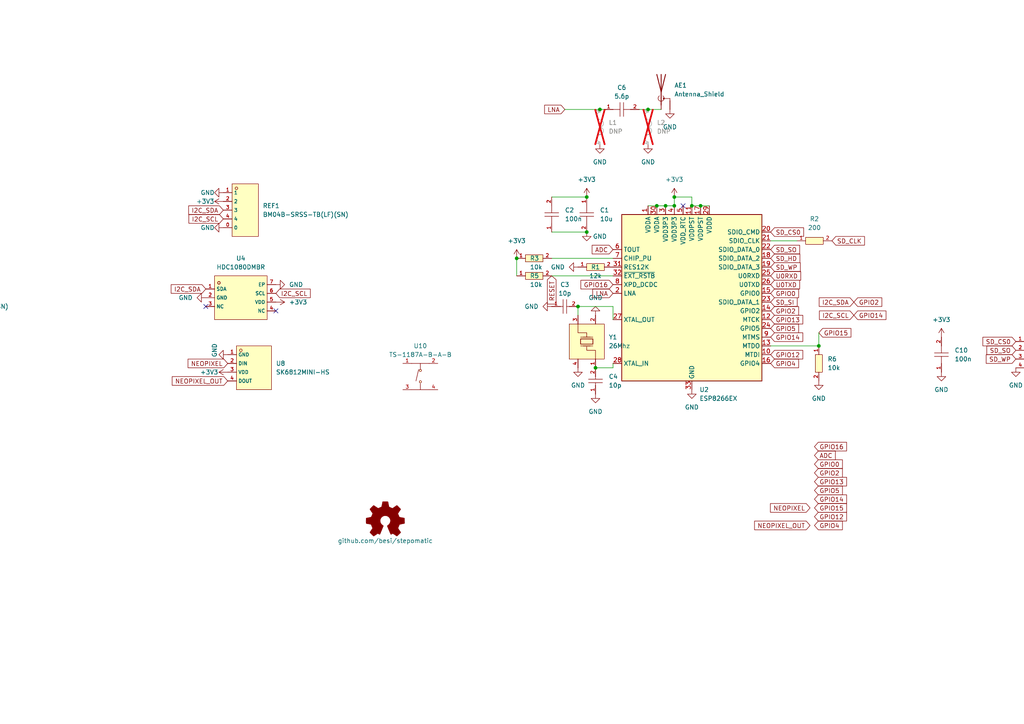
<source format=kicad_sch>
(kicad_sch (version 20230121) (generator eeschema)
  (paper "A4")
  (lib_symbols
    (symbol "Connector:USB_B_Micro" (pin_names (offset 1.016))
      (property "Reference" "J" (at -5.08 11.43 0))
      (property "Value" "USB_B_Micro" (at -5.08 8.89 0))
      (symbol "USB_B_Micro_1_1"
        (pin power_out line (at 7.62 5.08 180) (length 2.54) (name "VBUS") (number "1"))
        (pin bidirectional line (at 7.62 -2.54 180) (length 2.54) (name "D-") (number "2"))
        (pin bidirectional line (at 7.62 0 180) (length 2.54) (name "D+") (number "3"))
        (pin passive line (at 7.62 -5.08 180) (length 2.54) (name "ID") (number "4"))
        (pin power_out line (at 0 -10.16 90) (length 2.54) (name "GND") (number "5"))
        (pin passive line (at -2.54 -10.16 90) (length 2.54) (name "Shield") (number "6"))
      )
    )
    (symbol "Device:Antenna_Shield" (pin_numbers hide) (pin_names (offset 1.016) hide)
      (property "Reference" "AE" (at -1.905 4.445 0))
      (property "Value" "Antenna_Shield" (at -1.905 2.54 0))
      (symbol "Antenna_Shield_1_1"
        (pin input line (at 0 -5.08 90) (length 2.54) (name "A") (number "1"))
        (pin input line (at 2.54 -5.08 90) (length 2.54) (name "Shield") (number "2"))
      )
    )
    (symbol "Graphic:Logo_Open_Hardware_Small" (in_bom no) (on_board no))
    (symbol "Interface_USB:CH340C"
      (property "Reference" "U" (at -5.08 13.97 0))
      (property "Value" "CH340C" (at 1.27 13.97 0))
      (symbol "CH340C_1_1"
        (pin power_in line (at 0 -15.24 90) (length 2.54) (name "GND") (number "1"))
        (pin input line (at 10.16 0 180) (length 2.54) (name "~{DSR}") (number "10"))
        (pin input line (at 10.16 -2.54 180) (length 2.54) (name "~{RI}") (number "11"))
        (pin input line (at 10.16 -5.08 180) (length 2.54) (name "~{DCD}") (number "12"))
        (pin output line (at 10.16 -7.62 180) (length 2.54) (name "~{DTR}") (number "13"))
        (pin output line (at 10.16 -10.16 180) (length 2.54) (name "~{RTS}") (number "14"))
        (pin input line (at -10.16 7.62 0) (length 2.54) (name "R232") (number "15"))
        (pin power_in line (at -2.54 15.24 270) (length 2.54) (name "VCC") (number "16"))
        (pin output line (at 10.16 10.16 180) (length 2.54) (name "TXD") (number "2"))
        (pin input line (at 10.16 7.62 180) (length 2.54) (name "RXD") (number "3"))
        (pin power_out line (at 0 15.24 270) (length 2.54) (name "V3") (number "4"))
        (pin bidirectional line (at -10.16 2.54 0) (length 2.54) (name "UD+") (number "5"))
        (pin bidirectional line (at -10.16 0 0) (length 2.54) (name "UD-") (number "6"))
        (pin no_connect line (at -7.62 -5.08 0) (length 2.54) hide (name "NC") (number "7"))
        (pin output line (at -10.16 -7.62 0) (length 2.54) (name "~{OUT}/~{DTR}") (number "8"))
        (pin input line (at 10.16 2.54 180) (length 2.54) (name "~{CTS}") (number "9"))
      )
    )
    (symbol "MCU_Espressif:ESP8266EX"
      (property "Reference" "U" (at 0 2.54 0))
      (property "Value" "ESP8266EX" (at 0 -2.54 0))
      (symbol "ESP8266EX_1_1"
        (pin power_in line (at -12.7 25.4 270) (length 2.54) (name "VDDA") (number "1"))
        (pin bidirectional line (at 22.86 -17.78 180) (length 2.54) (name "MTDI") (number "10"))
        (pin power_in line (at 0 25.4 270) (length 2.54) (name "VDDPST") (number "11"))
        (pin bidirectional line (at 22.86 -7.62 180) (length 2.54) (name "MTCK") (number "12"))
        (pin bidirectional line (at 22.86 -15.24 180) (length 2.54) (name "MTDO") (number "13"))
        (pin bidirectional line (at 22.86 -5.08 180) (length 2.54) (name "GPIO2") (number "14"))
        (pin bidirectional line (at 22.86 0 180) (length 2.54) (name "GPIO0") (number "15"))
        (pin bidirectional line (at 22.86 -20.32 180) (length 2.54) (name "GPIO4") (number "16"))
        (pin power_in line (at 2.54 25.4 270) (length 2.54) (name "VDDPST") (number "17"))
        (pin bidirectional line (at 22.86 10.16 180) (length 2.54) (name "SDIO_DATA_2") (number "18"))
        (pin bidirectional line (at 22.86 7.62 180) (length 2.54) (name "SDIO_DATA_3") (number "19"))
        (pin bidirectional line (at -22.86 0 0) (length 2.54) (name "LNA") (number "2"))
        (pin bidirectional line (at 22.86 17.78 180) (length 2.54) (name "SDIO_CMD") (number "20"))
        (pin bidirectional line (at 22.86 15.24 180) (length 2.54) (name "SDIO_CLK") (number "21"))
        (pin bidirectional line (at 22.86 12.7 180) (length 2.54) (name "SDIO_DATA_0") (number "22"))
        (pin bidirectional line (at 22.86 -2.54 180) (length 2.54) (name "SDIO_DATA_1") (number "23"))
        (pin bidirectional line (at 22.86 -10.16 180) (length 2.54) (name "GPIO5") (number "24"))
        (pin bidirectional line (at 22.86 5.08 180) (length 2.54) (name "U0RXD") (number "25"))
        (pin bidirectional line (at 22.86 2.54 180) (length 2.54) (name "U0TXD") (number "26"))
        (pin bidirectional line (at -22.86 -7.62 0) (length 2.54) (name "XTAL_OUT") (number "27"))
        (pin bidirectional line (at -22.86 -20.32 0) (length 2.54) (name "XTAL_IN") (number "28"))
        (pin power_in line (at 5.08 25.4 270) (length 2.54) (name "VDDD") (number "29"))
        (pin power_in line (at -7.62 25.4 270) (length 2.54) (name "VDD3P3") (number "3"))
        (pin power_in line (at -10.16 25.4 270) (length 2.54) (name "VDDA") (number "30"))
        (pin input line (at -22.86 7.62 0) (length 2.54) (name "RES12K") (number "31"))
        (pin input line (at -22.86 5.08 0) (length 2.54) (name "~{EXT_RSTB}") (number "32"))
        (pin power_in line (at 0 -27.94 90) (length 2.54) (name "GND") (number "33"))
        (pin power_in line (at -5.08 25.4 270) (length 2.54) (name "VDD3P3") (number "4"))
        (pin power_in line (at -2.54 25.4 270) (length 2.54) (name "VDD_RTC") (number "5"))
        (pin input line (at -22.86 12.7 0) (length 2.54) (name "TOUT") (number "6"))
        (pin input line (at -22.86 10.16 0) (length 2.54) (name "CHIP_PU") (number "7"))
        (pin bidirectional line (at -22.86 2.54 0) (length 2.54) (name "XPD_DCDC") (number "8"))
        (pin bidirectional line (at 22.86 -12.7 180) (length 2.54) (name "MTMS") (number "9"))
      )
    )
    (symbol "jlc_symbols:0603WAF1002T5E" (pin_names hide)
      (property "Reference" "R" (at 0 1.27 0))
      (property "Value" "0603WAF1002T5E" (at 0 -2.54 0))
      (symbol "0603WAF1002T5E_0_1"
        (pin input line (at -5.08 0 0) (length 2.54) (name "1") (number "1"))
        (pin input line (at 5.08 0 180) (length 2.54) (name "2") (number "2"))
      )
    )
    (symbol "jlc_symbols:0603WAF1202T5E" (pin_names hide)
      (property "Reference" "R" (at 0 1.27 0))
      (property "Value" "0603WAF1202T5E" (at 0 -2.54 0))
      (symbol "0603WAF1202T5E_0_1"
        (pin input line (at -5.08 0 0) (length 2.54) (name "1") (number "1"))
        (pin input line (at 5.08 0 180) (length 2.54) (name "2") (number "2"))
      )
    )
    (symbol "jlc_symbols:0603WAF2000T5E" (pin_names hide)
      (property "Reference" "R" (at 0 1.27 0))
      (property "Value" "0603WAF2000T5E" (at 0 -2.54 0))
      (symbol "0603WAF2000T5E_0_1"
        (pin input line (at -5.08 0 0) (length 2.54) (name "1") (number "1"))
        (pin input line (at 5.08 0 180) (length 2.54) (name "2") (number "2"))
      )
    )
    (symbol "jlc_symbols:0603WAF2001T5E" (pin_names hide)
      (property "Reference" "R" (at 0 1.27 0))
      (property "Value" "0603WAF2001T5E" (at 0 -2.54 0))
      (symbol "0603WAF2001T5E_0_1"
        (pin input line (at -5.08 0 0) (length 2.54) (name "1") (number "1"))
        (pin input line (at 5.08 0 180) (length 2.54) (name "2") (number "2"))
      )
    )
    (symbol "jlc_symbols:AO3401A" (pin_names hide)
      (property "Reference" "U" (at 0 1.27 0))
      (property "Value" "AO3401A" (at 0 -2.54 0))
      (symbol "AO3401A_0_1"
        (pin unspecified line (at -5.08 0 0) (length 2.54) (name "G") (number "1"))
        (pin unspecified line (at 2.54 -5.08 90) (length 2.54) (name "S") (number "2"))
        (pin unspecified line (at 2.54 5.08 270) (length 2.54) (name "D") (number "3"))
      )
    )
    (symbol "jlc_symbols:AP2112K-3_3TRG1"
      (property "Reference" "U" (at 0 1.27 0))
      (property "Value" "AP2112K-3_3TRG1" (at 0 -2.54 0))
      (symbol "AP2112K-3_3TRG1_0_1"
        (pin unspecified line (at -12.7 2.54 0) (length 2.54) (name "VIN") (number "1"))
        (pin unspecified line (at -12.7 0 0) (length 2.54) (name "GND") (number "2"))
        (pin unspecified line (at -12.7 -2.54 0) (length 2.54) (name "EN") (number "3"))
        (pin unspecified line (at 12.7 -2.54 180) (length 2.54) (name "NC") (number "4"))
        (pin unspecified line (at 12.7 2.54 180) (length 2.54) (name "VOUT") (number "5"))
      )
    )
    (symbol "jlc_symbols:BAT20JFILM" (pin_names hide)
      (property "Reference" "D" (at 0 1.27 0))
      (property "Value" "BAT20JFILM" (at 0 -2.54 0))
      (symbol "BAT20JFILM_0_1"
        (pin unspecified line (at -5.08 0 0) (length 3.81) (name "K") (number "1"))
        (pin unspecified line (at 5.08 0 180) (length 3.81) (name "A") (number "2"))
      )
    )
    (symbol "jlc_symbols:BM04B-SRSS-TB(LF)(SN)"
      (property "Reference" "REF" (at 0 1.27 0))
      (property "Value" "BM04B-SRSS-TB(LF)(SN)" (at 0 -2.54 0))
      (symbol "BM04B-SRSS-TB(LF)(SN)_0_1"
        (pin unspecified line (at -5.08 -5.08 0) (length 2.54) (name "0") (number "0"))
        (pin unspecified line (at -5.08 5.08 0) (length 2.54) (name "1") (number "1"))
        (pin unspecified line (at -5.08 2.54 0) (length 2.54) (name "2") (number "2"))
        (pin unspecified line (at -5.08 0 0) (length 2.54) (name "3") (number "3"))
        (pin unspecified line (at -5.08 -2.54 0) (length 2.54) (name "4") (number "4"))
      )
    )
    (symbol "jlc_symbols:CC0603BRNPO9BN5R6" (pin_names hide)
      (property "Reference" "C" (at 0 1.27 0))
      (property "Value" "CC0603BRNPO9BN5R6" (at 0 -2.54 0))
      (symbol "CC0603BRNPO9BN5R6_0_1"
        (pin unspecified line (at -5.08 0 0) (length 2.54) (name "1") (number "1"))
        (pin unspecified line (at 5.08 0 180) (length 2.54) (name "2") (number "2"))
      )
    )
    (symbol "jlc_symbols:CC0603KRX7R9BB104" (pin_names hide)
      (property "Reference" "C" (at 0 1.27 0))
      (property "Value" "CC0603KRX7R9BB104" (at 0 -2.54 0))
      (symbol "CC0603KRX7R9BB104_0_1"
        (pin unspecified line (at -5.08 0 0) (length 2.54) (name "1") (number "1"))
        (pin unspecified line (at 5.08 0 180) (length 2.54) (name "2") (number "2"))
      )
    )
    (symbol "jlc_symbols:CL10A105KB8NNNC" (pin_names hide)
      (property "Reference" "C" (at 0 1.27 0))
      (property "Value" "CL10A105KB8NNNC" (at 0 -2.54 0))
      (symbol "CL10A105KB8NNNC_0_1"
        (pin input line (at -3.81 0 0) (length 2.54) (name "1") (number "1"))
        (pin input line (at 3.81 0 180) (length 2.54) (name "2") (number "2"))
      )
    )
    (symbol "jlc_symbols:CL10A106KP8NNNC" (pin_names hide)
      (property "Reference" "C" (at 0 1.27 0))
      (property "Value" "CL10A106KP8NNNC" (at 0 -2.54 0))
      (symbol "CL10A106KP8NNNC_0_1"
        (pin unspecified line (at -5.08 0 0) (length 2.54) (name "1") (number "1"))
        (pin unspecified line (at 5.08 0 180) (length 2.54) (name "2") (number "2"))
      )
    )
    (symbol "jlc_symbols:CL10A225KO8NNNC" (pin_names hide)
      (property "Reference" "C" (at 0 1.27 0))
      (property "Value" "CL10A225KO8NNNC" (at 0 -2.54 0))
      (symbol "CL10A225KO8NNNC_0_1"
        (pin input line (at -3.81 0 0) (length 2.54) (name "1") (number "1"))
        (pin input line (at 3.81 0 180) (length 2.54) (name "2") (number "2"))
      )
    )
    (symbol "jlc_symbols:CL10A475KO8NNNC" (pin_names hide)
      (property "Reference" "C" (at 0 1.27 0))
      (property "Value" "CL10A475KO8NNNC" (at 0 -2.54 0))
      (symbol "CL10A475KO8NNNC_0_1"
        (pin input line (at -3.81 0 0) (length 2.54) (name "1") (number "1"))
        (pin input line (at 3.81 0 180) (length 2.54) (name "2") (number "2"))
      )
    )
    (symbol "jlc_symbols:CL10C100JB8NNNC" (pin_names hide)
      (property "Reference" "C" (at 0 1.27 0))
      (property "Value" "CL10C100JB8NNNC" (at 0 -2.54 0))
      (symbol "CL10C100JB8NNNC_0_1"
        (pin input line (at -3.81 0 0) (length 2.54) (name "1") (number "1"))
        (pin input line (at 3.81 0 180) (length 2.54) (name "2") (number "2"))
      )
    )
    (symbol "jlc_symbols:HDC1080DMBR"
      (property "Reference" "U" (at 0 1.27 0))
      (property "Value" "HDC1080DMBR" (at 0 -2.54 0))
      (symbol "HDC1080DMBR_0_1"
        (pin unspecified line (at -10.16 2.54 0) (length 2.54) (name "SDA") (number "1"))
        (pin unspecified line (at -10.16 0 0) (length 2.54) (name "GND") (number "2"))
        (pin unspecified line (at -10.16 -2.54 0) (length 2.54) (name "NC") (number "3"))
        (pin unspecified line (at 10.16 -3.81 180) (length 2.54) (name "NC") (number "4"))
        (pin unspecified line (at 10.16 -1.27 180) (length 2.54) (name "VDD") (number "5"))
        (pin unspecified line (at 10.16 1.27 180) (length 2.54) (name "SCL") (number "6"))
        (pin unspecified line (at 10.16 3.81 180) (length 2.54) (name "EP") (number "7"))
      )
    )
    (symbol "jlc_symbols:MCP73831T-2ACI_OT"
      (property "Reference" "U" (at 0 1.27 0))
      (property "Value" "MCP73831T-2ACI_OT" (at 0 -2.54 0))
      (symbol "MCP73831T-2ACI_OT_0_1"
        (pin unspecified line (at -11.43 2.54 0) (length 2.54) (name "STAT") (number "1"))
        (pin unspecified line (at -11.43 0 0) (length 2.54) (name "VSS") (number "2"))
        (pin unspecified line (at -11.43 -2.54 0) (length 2.54) (name "VBAT") (number "3"))
        (pin unspecified line (at 11.43 -2.54 180) (length 2.54) (name "VDD") (number "4"))
        (pin unspecified line (at 11.43 2.54 180) (length 2.54) (name "PROG") (number "5"))
      )
    )
    (symbol "jlc_symbols:MK-12C02-G020" (pin_names hide)
      (property "Reference" "U" (at 0 1.27 0))
      (property "Value" "MK-12C02-G020" (at 0 -2.54 0))
      (symbol "MK-12C02-G020_0_1"
        (pin unspecified line (at -5.08 -5.08 90) (length 4.318) (name "1") (number "1"))
        (pin unspecified line (at 0 -5.08 90) (length 4.318) (name "2") (number "2"))
        (pin unspecified line (at 5.08 -5.08 90) (length 4.318) (name "3") (number "3"))
        (pin unspecified line (at 7.62 -5.08 90) (length 5.08) (name "4") (number "4"))
        (pin unspecified line (at 10.16 -5.08 90) (length 5.08) (name "5") (number "5"))
        (pin unspecified line (at -7.62 -5.08 90) (length 5.08) (name "6") (number "6"))
        (pin unspecified line (at -10.16 -5.08 90) (length 5.08) (name "7") (number "7"))
      )
    )
    (symbol "jlc_symbols:Q22FA1280023012" (pin_names hide)
      (property "Reference" "X" (at 0 1.27 0))
      (property "Value" "Q22FA1280023012" (at 0 -2.54 0))
      (symbol "Q22FA1280023012_0_1"
        (pin input line (at -7.62 -2.54 0) (length 2.54) (name "OSC1") (number "1"))
        (pin input line (at 7.62 -2.54 180) (length 2.54) (name "GND") (number "2"))
        (pin input line (at 7.62 2.54 180) (length 2.54) (name "OSC2") (number "3"))
        (pin input line (at -7.62 2.54 0) (length 2.54) (name "GND") (number "4"))
      )
    )
    (symbol "jlc_symbols:S2B-PH-SM4-TB(LF)(SN)"
      (property "Reference" "U" (at 0 1.27 0))
      (property "Value" "S2B-PH-SM4-TB(LF)(SN)" (at 0 -2.54 0))
      (symbol "S2B-PH-SM4-TB(LF)(SN)_0_1"
        (pin unspecified line (at -3.81 1.27 0) (length 2.54) (name "1") (number "1"))
        (pin unspecified line (at -3.81 -1.27 0) (length 2.54) (name "2") (number "2"))
        (pin unspecified line (at 3.81 -6.35 90) (length 2.54) (name "3") (number "3"))
        (pin unspecified line (at 3.81 6.35 270) (length 2.54) (name "4") (number "4"))
      )
    )
    (symbol "jlc_symbols:SDFL1608S100KTF" (pin_names hide)
      (property "Reference" "L" (at 0 1.27 0))
      (property "Value" "SDFL1608S100KTF" (at 0 -2.54 0))
      (symbol "SDFL1608S100KTF_0_1"
        (pin unspecified line (at -5.08 0 0) (length 0.762) (name "1") (number "1"))
        (pin unspecified line (at 5.08 0 180) (length 0.762) (name "2") (number "2"))
      )
    )
    (symbol "jlc_symbols:SK6812MINI-HS"
      (property "Reference" "U" (at 0 1.27 0))
      (property "Value" "SK6812MINI-HS" (at 0 -2.54 0))
      (symbol "SK6812MINI-HS_0_1"
        (pin unspecified line (at -7.62 3.81 0) (length 2.54) (name "GND") (number "1"))
        (pin unspecified line (at -7.62 1.27 0) (length 2.54) (name "DIN") (number "2"))
        (pin unspecified line (at -7.62 -1.27 0) (length 2.54) (name "VDD") (number "3"))
        (pin unspecified line (at -7.62 -3.81 0) (length 2.54) (name "DOUT") (number "4"))
      )
    )
    (symbol "jlc_symbols:TS-1187A-B-A-B" (pin_names hide)
      (property "Reference" "U" (at 0 1.27 0))
      (property "Value" "TS-1187A-B-A-B" (at 0 -2.54 0))
      (symbol "TS-1187A-B-A-B_0_1"
        (pin unspecified line (at -5.08 2.54 0) (length 2.54) (name "A") (number "1"))
        (pin unspecified line (at 5.08 2.54 180) (length 2.54) (name "B") (number "2"))
        (pin unspecified line (at -5.08 -5.08 0) (length 2.54) (name "C") (number "3"))
        (pin unspecified line (at 5.08 -5.08 180) (length 2.54) (name "D") (number "4"))
      )
    )
    (symbol "jlc_symbols:UMH3N" (pin_names hide)
      (property "Reference" "U" (at 0 1.27 0))
      (property "Value" "UMH3N" (at 0 -2.54 0))
      (symbol "UMH3N_0_1"
        (pin unspecified line (at -7.62 -7.62 90) (length 2.54) (name "E") (number "1"))
        (pin unspecified line (at 0 -7.62 90) (length 2.54) (name "B") (number "2"))
        (pin unspecified line (at 7.62 -7.62 90) (length 2.54) (name "C") (number "3"))
        (pin unspecified line (at 7.62 10.16 270) (length 2.54) (name "E") (number "4"))
        (pin unspecified line (at 0 10.16 270) (length 2.54) (name "B") (number "5"))
        (pin unspecified line (at -7.62 10.16 270) (length 2.54) (name "C") (number "6"))
      )
    )
    (symbol "jlc_symbols:W25Q128JVSIQTR"
      (property "Reference" "U" (at 0 1.27 0))
      (property "Value" "W25Q128JVSIQTR" (at 0 -2.54 0))
      (symbol "W25Q128JVSIQTR_0_1"
        (pin unspecified line (at -12.7 3.81 0) (length 2.54) (name "CS#") (number "1"))
        (pin unspecified line (at -12.7 1.27 0) (length 2.54) (name "DO") (number "2"))
        (pin unspecified line (at -12.7 -1.27 0) (length 2.54) (name "IO2") (number "3"))
        (pin unspecified line (at -12.7 -3.81 0) (length 2.54) (name "GND") (number "4"))
        (pin unspecified line (at 12.7 -3.81 180) (length 2.54) (name "DI") (number "5"))
        (pin unspecified line (at 12.7 -1.27 180) (length 2.54) (name "CLK") (number "6"))
        (pin unspecified line (at 12.7 1.27 180) (length 2.54) (name "IO3") (number "7"))
        (pin unspecified line (at 12.7 3.81 180) (length 2.54) (name "VCC") (number "8"))
      )
    )
    (symbol "power:+3V3" (power) (pin_names (offset 0))
      (property "Value" "+3V3" (at 0 3.556 0))
      (symbol "+3V3_1_1"
        (pin power_in line (at 0 0 90) (length 0) hide (name "+3V3") (number "1"))
      )
    )
    (symbol "power:+BATT" (power) (pin_names (offset 0))
      (property "Value" "+BATT" (at 0 3.556 0))
      (symbol "+BATT_1_1"
        (pin power_in line (at 0 0 90) (length 0) hide (name "+BATT") (number "1"))
      )
    )
    (symbol "power:GND" (power) (pin_names (offset 0))
      (property "Value" "GND" (at 0 -3.81 0))
      (symbol "GND_1_1"
        (pin power_in line (at 0 0 270) (length 0) hide (name "GND") (number "1"))
      )
    )
    (symbol "power:VBUS" (power) (pin_names (offset 0))
      (property "Value" "VBUS" (at 0 3.81 0))
      (symbol "VBUS_1_1"
        (pin power_in line (at 0 0 90) (length 0) hide (name "VBUS") (number "1"))
      )
    )
  )
  (junction (at -78.74 88.9))
  (junction (at -140.97 78.74))
  (junction (at 237.49 100.33))
  (junction (at -87.63 26.67))
  (junction (at -111.76 88.9))
  (junction (at -101.6 78.74))
  (junction (at 200.66 59.69))
  (junction (at -118.11 88.9))
  (junction (at 167.64 88.9))
  (junction (at -96.52 88.9))
  (junction (at 190.5 59.69))
  (junction (at -50.8 88.9))
  (junction (at -105.41 78.74))
  (junction (at 170.18 67.31))
  (junction (at 149.86 74.93))
  (junction (at 195.58 59.69))
  (junction (at 172.72 106.68))
  (junction (at -91.44 88.9))
  (junction (at 195.58 57.15))
  (junction (at 203.2 59.69))
  (junction (at 173.99 31.75))
  (junction (at 187.96 31.75))
  (junction (at 193.04 59.69))
  (junction (at 170.18 57.15))
  (no_connect (at -25.4 96.52))
  (no_connect (at -77.47 41.91))
  (no_connect (at 80.01 90.17))
  (no_connect (at 198.12 59.69))
  (no_connect (at 59.69 88.9))
  (no_connect (at -77.47 46.99))
  (no_connect (at -77.47 101.6))
  (no_connect (at -106.68 44.45))
  (no_connect (at -77.47 104.14))
  (no_connect (at -97.79 34.29))
  (no_connect (at -25.4 83.82))
  (no_connect (at -77.47 121.92))
  (no_connect (at -77.47 119.38))
  (no_connect (at -77.47 44.45))
  (no_connect (at -77.47 39.37))
  (no_connect (at -118.11 93.98))
  (no_connect (at -52.07 93.98))
  (polyline (pts (xy -128.27 11.43) (xy -128.27 66.04)))
  (wire (pts (xy -105.41 78.74) (xy -105.41 92.71)))
  (wire (pts (xy -140.97 78.74) (xy -140.97 88.9)))
  (wire (pts (xy 149.86 74.93) (xy 149.86 80.01)))
  (wire (pts (xy -52.07 88.9) (xy -50.8 88.9)))
  (wire (pts (xy 237.49 96.52) (xy 237.49 100.33)))
  (wire (pts (xy 175.26 31.75) (xy 173.99 31.75)))
  (wire (pts (xy -106.68 41.91) (xy -97.79 41.91)))
  (wire (pts (xy -96.52 88.9) (xy -91.44 88.9)))
  (wire (pts (xy 177.8 88.9) (xy 177.8 92.71)))
  (wire (pts (xy 193.04 59.69) (xy 195.58 59.69)))
  (wire (pts (xy -81.28 93.98) (xy -81.28 111.76)))
  (wire (pts (xy -81.28 111.76) (xy -77.47 111.76)))
  (wire (pts (xy -111.76 88.9) (xy -106.68 88.9)))
  (polyline (pts (xy -35.56 66.04) (xy -35.56 11.43)))
  (wire (pts (xy -50.8 88.9) (xy -48.26 88.9)))
  (wire (pts (xy 187.96 31.75) (xy 191.77 31.75)))
  (wire (pts (xy -106.68 39.37) (xy -97.79 39.37)))
  (wire (pts (xy -78.74 88.9) (xy -78.74 106.68)))
  (wire (pts (xy 200.66 59.69) (xy 203.2 59.69)))
  (wire (pts (xy 185.42 31.75) (xy 187.96 31.75)))
  (wire (pts (xy -105.41 78.74) (xy -140.97 78.74)))
  (wire (pts (xy 177.8 106.68) (xy 177.8 105.41)))
  (wire (pts (xy -118.11 88.9) (xy -111.76 88.9)))
  (wire (pts (xy -77.47 93.98) (xy -81.28 93.98)))
  (wire (pts (xy -81.28 91.44) (xy -77.47 91.44)))
  (wire (pts (xy 231.14 69.85) (xy 223.52 69.85)))
  (wire (pts (xy 160.02 80.01) (xy 177.8 80.01)))
  (polyline (pts (xy -35.56 11.43) (xy -128.27 11.43)))
  (wire (pts (xy 200.66 59.69) (xy 200.66 57.15)))
  (wire (pts (xy 195.58 57.15) (xy 195.58 59.69)))
  (wire (pts (xy 190.5 59.69) (xy 193.04 59.69)))
  (wire (pts (xy 237.49 100.33) (xy 223.52 100.33)))
  (wire (pts (xy -101.6 78.74) (xy -96.52 78.74)))
  (wire (pts (xy 160.02 74.93) (xy 177.8 74.93)))
  (wire (pts (xy -90.17 26.67) (xy -87.63 26.67)))
  (wire (pts (xy -91.44 88.9) (xy -78.74 88.9)))
  (wire (pts (xy 200.66 57.15) (xy 195.58 57.15)))
  (wire (pts (xy 167.64 91.44) (xy 167.64 88.9)))
  (wire (pts (xy -78.74 88.9) (xy -77.47 88.9)))
  (wire (pts (xy 160.02 57.15) (xy 170.18 57.15)))
  (wire (pts (xy -101.6 78.74) (xy -101.6 81.28)))
  (wire (pts (xy -105.41 78.74) (xy -101.6 78.74)))
  (wire (pts (xy 203.2 59.69) (xy 205.74 59.69)))
  (wire (pts (xy -78.74 106.68) (xy -77.47 106.68)))
  (wire (pts (xy 167.64 88.9) (xy 177.8 88.9)))
  (wire (pts (xy 160.02 67.31) (xy 170.18 67.31)))
  (wire (pts (xy 163.83 31.75) (xy 173.99 31.75)))
  (polyline (pts (xy -128.27 66.04) (xy -35.56 66.04)))
  (wire (pts (xy 172.72 106.68) (xy 177.8 106.68)))
  (wire (pts (xy -152.4 93.98) (xy -140.97 93.98)))
  (wire (pts (xy 187.96 59.69) (xy 190.5 59.69)))
  (text "USB + UART" (at -99.06 16.51 0) (effects (font (size 2.54 2.54)) (justify left bottom)))
  (label "UD_P" (at -102.87 39.37 0))
  (label "UD_N" (at -102.87 41.91 0))
  (global_label "GPIO12" (shape input) (at 223.52 102.87 0) (property "Intersheetrefs" "${INTERSHEET_REFS}" (effects hide)))
  (global_label "I2C_SCL" (shape input) (at 247.65 91.44 180) (property "Intersheetrefs" "${INTERSHEET_REFS}" (effects hide)))
  (global_label "SD_HD" (shape input) (at 223.52 74.93 0) (property "Intersheetrefs" "${INTERSHEET_REFS}" (effects hide)))
  (global_label "GPIO15" (shape input) (at 236.22 147.32 0) (property "Intersheetrefs" "${INTERSHEET_REFS}" (effects hide)))
  (global_label "RTS" (shape input) (at -55.88 31.75 90) (property "Intersheetrefs" "${INTERSHEET_REFS}" (effects hide)))
  (global_label "I2C_SDA" (shape input) (at 64.77 60.96 180) (property "Intersheetrefs" "${INTERSHEET_REFS}" (effects hide)))
  (global_label "GPIO13" (shape input) (at 223.52 92.71 0) (property "Intersheetrefs" "${INTERSHEET_REFS}" (effects hide)))
  (global_label "SD_CS0" (shape input) (at 223.52 67.31 0) (property "Intersheetrefs" "${INTERSHEET_REFS}" (effects hide)))
  (global_label "NEOPIXEL_OUT" (shape input) (at 66.04 110.49 180) (property "Intersheetrefs" "${INTERSHEET_REFS}" (effects hide)))
  (global_label "I2C_SDA" (shape input) (at 59.69 83.82 180) (property "Intersheetrefs" "${INTERSHEET_REFS}" (effects hide)))
  (global_label "I2C_SCL" (shape input) (at 80.01 85.09 0) (property "Intersheetrefs" "${INTERSHEET_REFS}" (effects hide)))
  (global_label "GPIO2" (shape input) (at 236.22 137.16 0) (property "Intersheetrefs" "${INTERSHEET_REFS}" (effects hide)))
  (global_label "I2C_SDA" (shape input) (at 247.65 87.63 180) (property "Intersheetrefs" "${INTERSHEET_REFS}" (effects hide)))
  (global_label "SD_SO" (shape input) (at 294.64 101.6 180) (property "Intersheetrefs" "${INTERSHEET_REFS}" (effects hide)))
  (global_label "U0RXD" (shape input) (at 223.52 80.01 0) (property "Intersheetrefs" "${INTERSHEET_REFS}" (effects hide)))
  (global_label "I2C_SCL" (shape input) (at 64.77 63.5 180) (property "Intersheetrefs" "${INTERSHEET_REFS}" (effects hide)))
  (global_label "RESET" (shape input) (at -63.5 31.75 90) (property "Intersheetrefs" "${INTERSHEET_REFS}" (effects hide)))
  (global_label "NEOPIXEL" (shape input) (at 66.04 105.41 180) (property "Intersheetrefs" "${INTERSHEET_REFS}" (effects hide)))
  (global_label "RTS" (shape input) (at -63.5 49.53 270) (property "Intersheetrefs" "${INTERSHEET_REFS}" (effects hide)))
  (global_label "GPIO14" (shape input) (at 247.65 91.44 0) (property "Intersheetrefs" "${INTERSHEET_REFS}" (effects hide)))
  (global_label "U0TXD" (shape input) (at 223.52 82.55 0) (property "Intersheetrefs" "${INTERSHEET_REFS}" (effects hide)))
  (global_label "GPIO4" (shape input) (at 236.22 152.4 0) (property "Intersheetrefs" "${INTERSHEET_REFS}" (effects hide)))
  (global_label "ADC" (shape input) (at 236.22 132.08 0) (property "Intersheetrefs" "${INTERSHEET_REFS}" (effects hide)))
  (global_label "GPIO2" (shape input) (at 247.65 87.63 0) (property "Intersheetrefs" "${INTERSHEET_REFS}" (effects hide)))
  (global_label "DTR" (shape input) (at -77.47 49.53 0) (property "Intersheetrefs" "${INTERSHEET_REFS}" (effects hide)))
  (global_label "GPIO5" (shape input) (at 236.22 142.24 0) (property "Intersheetrefs" "${INTERSHEET_REFS}" (effects hide)))
  (global_label "SD_HD" (shape input) (at 320.04 101.6 0) (property "Intersheetrefs" "${INTERSHEET_REFS}" (effects hide)))
  (global_label "SD_SI" (shape input) (at 223.52 87.63 0) (property "Intersheetrefs" "${INTERSHEET_REFS}" (effects hide)))
  (global_label "GPIO0" (shape input) (at 236.22 134.62 0) (property "Intersheetrefs" "${INTERSHEET_REFS}" (effects hide)))
  (global_label "GPIO0" (shape input) (at 223.52 85.09 0) (property "Intersheetrefs" "${INTERSHEET_REFS}" (effects hide)))
  (global_label "SD_WP" (shape input) (at 223.52 77.47 0) (property "Intersheetrefs" "${INTERSHEET_REFS}" (effects hide)))
  (global_label "SD_WP" (shape input) (at 294.64 104.14 180) (property "Intersheetrefs" "${INTERSHEET_REFS}" (effects hide)))
  (global_label "SD_CS0" (shape input) (at 294.64 99.06 180) (property "Intersheetrefs" "${INTERSHEET_REFS}" (effects hide)))
  (global_label "GPIO16" (shape input) (at 177.8 82.55 180) (property "Intersheetrefs" "${INTERSHEET_REFS}" (effects hide)))
  (global_label "LNA" (shape input) (at 163.83 31.75 180) (property "Intersheetrefs" "${INTERSHEET_REFS}" (effects hide)))
  (global_label "SD_SO" (shape input) (at 223.52 72.39 0) (property "Intersheetrefs" "${INTERSHEET_REFS}" (effects hide)))
  (global_label "SD_CLK" (shape input) (at 320.04 104.14 0) (property "Intersheetrefs" "${INTERSHEET_REFS}" (effects hide)))
  (global_label "NEOPIXEL" (shape input) (at 234.95 147.32 180) (property "Intersheetrefs" "${INTERSHEET_REFS}" (effects hide)))
  (global_label "NEOPIXEL_OUT" (shape input) (at 234.95 152.4 180) (property "Intersheetrefs" "${INTERSHEET_REFS}" (effects hide)))
  (global_label "ADC" (shape input) (at 177.8 72.39 180) (property "Intersheetrefs" "${INTERSHEET_REFS}" (effects hide)))
  (global_label "GPIO14" (shape input) (at 223.52 97.79 0) (property "Intersheetrefs" "${INTERSHEET_REFS}" (effects hide)))
  (global_label "DTR" (shape input) (at -48.26 31.75 90) (property "Intersheetrefs" "${INTERSHEET_REFS}" (effects hide)))
  (global_label "RTS" (shape input) (at -77.47 52.07 0) (property "Intersheetrefs" "${INTERSHEET_REFS}" (effects hide)))
  (global_label "DTR" (shape input) (at -55.88 49.53 270) (property "Intersheetrefs" "${INTERSHEET_REFS}" (effects hide)))
  (global_label "GPIO12" (shape input) (at 236.22 149.86 0) (property "Intersheetrefs" "${INTERSHEET_REFS}" (effects hide)))
  (global_label "GPIO5" (shape input) (at 223.52 95.25 0) (property "Intersheetrefs" "${INTERSHEET_REFS}" (effects hide)))
  (global_label "RESET" (shape input) (at 160.02 80.01 270) (property "Intersheetrefs" "${INTERSHEET_REFS}" (effects hide)))
  (global_label "GPIO14" (shape input) (at 236.22 144.78 0) (property "Intersheetrefs" "${INTERSHEET_REFS}" (effects hide)))
  (global_label "GPIO13" (shape input) (at 236.22 139.7 0) (property "Intersheetrefs" "${INTERSHEET_REFS}" (effects hide)))
  (global_label "SD_CLK" (shape input) (at 241.3 69.85 0) (property "Intersheetrefs" "${INTERSHEET_REFS}" (effects hide)))
  (global_label "SD_SI" (shape input) (at 320.04 106.68 0) (property "Intersheetrefs" "${INTERSHEET_REFS}" (effects hide)))
  (global_label "GPIO4" (shape input) (at 223.52 105.41 0) (property "Intersheetrefs" "${INTERSHEET_REFS}" (effects hide)))
  (global_label "GPIO15" (shape input) (at 237.49 96.52 0) (property "Intersheetrefs" "${INTERSHEET_REFS}" (effects hide)))
  (global_label "U0RXD" (shape input) (at -77.47 31.75 0) (property "Intersheetrefs" "${INTERSHEET_REFS}" (effects hide)))
  (global_label "GPIO16" (shape input) (at 236.22 129.54 0) (property "Intersheetrefs" "${INTERSHEET_REFS}" (effects hide)))
  (global_label "GPIO0" (shape input) (at -48.26 49.53 270) (property "Intersheetrefs" "${INTERSHEET_REFS}" (effects hide)))
  (global_label "LNA" (shape input) (at 177.8 85.09 180) (property "Intersheetrefs" "${INTERSHEET_REFS}" (effects hide)))
  (global_label "GPIO2" (shape input) (at 223.52 90.17 0) (property "Intersheetrefs" "${INTERSHEET_REFS}" (effects hide)))
  (global_label "U0TXD" (shape input) (at -77.47 34.29 0) (property "Intersheetrefs" "${INTERSHEET_REFS}" (effects hide)))
  (symbol (lib_id "power:GND") (at 64.77 66.04 270) (unit 1)
    (property "Reference" "#PWR040" (effects hide))
    (property "Value" "GND" (at 60.198 66.04 90))
  )
  (symbol (lib_id "power:+3V3") (at 149.86 74.93 0) (unit 1)
    (property "Reference" "#PWR032" (effects hide))
    (property "Value" "+3V3" (at 149.86 69.85 0))
  )
  (symbol (lib_id "power:GND") (at 59.69 86.36 270) (unit 1)
    (property "Reference" "#PWR037" (effects hide))
    (property "Value" "GND" (at 55.88 86.36 90) (effects (justify right)))
  )
  (symbol (lib_id "Connector:USB_B_Micro") (at -114.3 39.37 0) (unit 1)
    (property "Reference" "JP1" (at -114.3 26.67 0))
    (property "Value" "USB_B_Micro" (at -114.3 29.21 0))
    (property "Footprint" "jlc_footprints:MICRO-USB-SMD_1050171001" (effects hide))
    (property "LCSC" "C505111" (effects hide))
    (property "JLCPosOffset" "-0.35,0.2" (effects hide))
  )
  (symbol (lib_id "jlc_symbols:0603WAF2000T5E") (at 236.22 69.85 0) (unit 1)
    (property "Reference" "R2" (at 236.22 63.5 0))
    (property "Value" "200" (at 236.22 66.04 0))
    (property "Footprint" "jlc_footprints:R0603" (effects hide))
    (property "Datasheet" "https://www.mouser.in/datasheet/2/447/PYu_RT_1_to_0_01_RoHS_L_11-1669912.pdf" (effects hide))
    (property "LCSC" "C8218" (effects hide))
  )
  (symbol (lib_id "power:GND") (at -87.63 57.15 0) (unit 1)
    (property "Reference" "#PWR05" (effects hide))
    (property "Value" "GND" (at -87.63 62.738 0))
  )
  (symbol (lib_id "power:+3V3") (at 195.58 57.15 0) (unit 1)
    (property "Reference" "#PWR019" (effects hide))
    (property "Value" "+3V3" (at 195.58 52.07 0))
  )
  (symbol (lib_id "jlc_symbols:AP2112K-3_3TRG1") (at -64.77 91.44 0) (unit 1)
    (property "Reference" "U3" (at -64.77 81.28 0))
    (property "Value" "AP2112K-3_3TRG1" (at -64.77 83.82 0))
    (property "Footprint" "jlc_footprints:SOT-25-5_L2.9-W1.6-P0.95-LS2.8-BL" (effects hide))
    (property "Datasheet" "https://atta.szlcsc.com/upload/public/pdf/source/20180521/C216647_DB6DD3A958B257C676AC8B0A0A0AE735.pdf" (effects hide))
    (property "LCSC" "C51118" (effects hide))
  )
  (symbol (lib_id "power:GND") (at -81.28 91.44 270) (mirror x) (unit 1)
    (property "Reference" "#PWR014" (effects hide))
    (property "Value" "GND" (at -83.82 91.44 90) (effects (justify right)))
  )
  (symbol (lib_id "jlc_symbols:S2B-PH-SM4-TB(LF)(SN)") (at -29.21 90.17 0) (mirror x) (unit 1)
    (property "Reference" "U7" (at -22.86 91.44 0) (effects (justify left)))
    (property "Value" "S2B-PH-SM4-TB(LF)(SN)" (at -22.86 88.9 0) (effects (justify left)))
    (property "Footprint" "jlc_footprints:CONN-SMD_P2.00_S2B-PH-SM4-TB-LF-SN" (effects hide))
    (property "Datasheet" "https://item.szlcsc.com/280164.html" (effects hide))
    (property "LCSC" "C295747" (effects hide))
  )
  (symbol (lib_id "power:+BATT") (at -33.02 88.9 0) (mirror y) (unit 1)
    (property "Reference" "#PWR015" (effects hide))
    (property "Value" "+BATT" (at -35.56 83.82 0))
  )
  (symbol (lib_id "power:+3V3") (at 66.04 107.95 90) (mirror x) (unit 1)
    (property "Reference" "#PWR043" (effects hide))
    (property "Value" "+3V3" (at 58.039 107.95 90) (effects (justify right)))
  )
  (symbol (lib_id "power:GND") (at 167.64 106.68 0) (unit 1)
    (property "Reference" "#PWR023" (effects hide))
    (property "Value" "GND" (at 167.64 111.76 0))
  )
  (symbol (lib_id "jlc_symbols:SDFL1608S100KTF") (at 187.96 36.83 90) (unit 1) (in_bom no) (dnp yes)
    (property "Reference" "L2" (at 190.5 35.56 90) (effects (justify right)))
    (property "Value" "DNP" (at 190.5 38.1 90) (effects (justify right)))
    (property "Footprint" "jlc_footprints:L0603" (effects hide))
    (property "Datasheet" "https://item.szlcsc.com/344093.html" (effects hide))
    (property "LCSC" "C1035" (effects hide))
  )
  (symbol (lib_id "jlc_symbols:CL10A475KO8NNNC") (at -111.76 92.71 90) (unit 1)
    (property "Reference" "C5" (at -113.03 83.82 90) (effects (justify right)))
    (property "Value" "4.7u" (at -113.03 86.36 90) (effects (justify right)))
    (property "Footprint" "jlc_footprints:C0603" (effects hide))
    (property "Datasheet" "https://item.szlcsc.com/362304.html" (effects hide))
    (property "LCSC" "C19666" (effects hide))
  )
  (symbol (lib_id "power:GND") (at -152.4 104.14 0) (mirror y) (unit 1)
    (property "Reference" "#PWR07" (effects hide))
    (property "Value" "GND" (at -152.4 109.22 0))
  )
  (symbol (lib_id "jlc_symbols:BM04B-SRSS-TB(LF)(SN)") (at 69.85 60.96 0) (unit 1)
    (property "Reference" "REF1" (at 76.2 59.69 0) (effects (justify left)))
    (property "Value" "BM04B-SRSS-TB(LF)(SN)" (at 76.2 62.23 0) (effects (justify left)))
    (property "Footprint" "jlc_footprints:CONN-SMD_BM04B-SRSS-TB" (effects hide))
    (property "Datasheet" "https://item.szlcsc.com/171770.html" (effects hide))
    (property "LCSC" "C160390" (effects hide))
  )
  (symbol (lib_id "power:GND") (at -77.47 116.84 270) (mirror x) (unit 1)
    (property "Reference" "#PWR011" (effects hide))
    (property "Value" "GND" (at -80.01 116.84 90) (effects (justify right)))
  )
  (symbol (lib_id "power:GND") (at -33.02 91.44 0) (mirror y) (unit 1)
    (property "Reference" "#PWR016" (effects hide))
    (property "Value" "GND" (at -33.02 96.52 0))
  )
  (symbol (lib_id "power:GND") (at -118.11 91.44 90) (mirror x) (unit 1)
    (property "Reference" "#PWR08" (effects hide))
    (property "Value" "GND" (at -115.57 97.79 0) (effects (justify right)))
  )
  (symbol (lib_id "jlc_symbols:HDC1080DMBR") (at 69.85 86.36 0) (unit 1)
    (property "Reference" "U4" (at 69.85 74.93 0))
    (property "Value" "HDC1080DMBR" (at 69.85 77.47 0))
    (property "Footprint" "jlc_footprints:SENSOR-SMD_HDC1080DMBR" (effects hide))
    (property "Datasheet" "https://www.ti.com/cn/lit/ds/symlink/hdc1080.pdf?ts=1624301380293" (effects hide))
    (property "LCSC" "C82227" (effects hide))
  )
  (symbol (lib_id "power:+3V3") (at 320.04 99.06 0) (unit 1)
    (property "Reference" "#PWR029" (effects hide))
    (property "Value" "+3V3" (at 320.04 93.98 0))
  )
  (symbol (lib_id "power:GND") (at 187.96 41.91 0) (unit 1)
    (property "Reference" "#PWR035" (effects hide))
    (property "Value" "GND" (at 187.96 46.99 0))
  )
  (symbol (lib_id "power:GND") (at -91.44 96.52 0) (mirror y) (unit 1)
    (property "Reference" "#PWR018" (effects hide))
    (property "Value" "GND" (at -91.44 101.6 0))
  )
  (symbol (lib_id "power:GND") (at 172.72 114.3 0) (unit 1)
    (property "Reference" "#PWR024" (effects hide))
    (property "Value" "GND" (at 172.72 119.38 0))
  )
  (symbol (lib_id "jlc_symbols:MK-12C02-G020") (at -72.39 111.76 270) (unit 1)
    (property "Reference" "U6" (at -64.77 110.49 90) (effects (justify left)))
    (property "Value" "MK-12C02-G020" (at -64.77 113.03 90) (effects (justify left)))
    (property "Footprint" "jlc_footprints:SW-SMD_MK-12C02-G020" (effects hide))
    (property "Datasheet" "https://item.szlcsc.com/1046841.html" (effects hide))
    (property "LCSC" "C963206" (effects hide))
  )
  (symbol (lib_id "power:GND") (at -114.3 49.53 0) (unit 1)
    (property "Reference" "#PWR02" (effects hide))
    (property "Value" "GND" (at -111.76 54.61 0))
  )
  (symbol (lib_id "jlc_symbols:CL10A106KP8NNNC") (at 170.18 62.23 270) (unit 1)
    (property "Reference" "C1" (at 173.99 60.96 90) (effects (justify left)))
    (property "Value" "10u" (at 173.99 63.5 90) (effects (justify left)))
    (property "Footprint" "jlc_footprints:C0603" (effects hide))
    (property "Datasheet" "https://item.szlcsc.com/362304.html" (effects hide))
    (property "LCSC" "C19702" (effects hide))
  )
  (symbol (lib_id "power:GND") (at 172.72 91.44 180) (unit 1)
    (property "Reference" "#PWR022" (effects hide))
    (property "Value" "GND" (at 172.72 86.36 0))
  )
  (symbol (lib_id "power:+3V3") (at 170.18 57.15 0) (unit 1)
    (property "Reference" "#PWR020" (effects hide))
    (property "Value" "+3V3" (at 170.18 52.07 0))
  )
  (symbol (lib_id "power:+3V3") (at -87.63 26.67 0) (mirror y) (unit 1)
    (property "Reference" "#PWR04" (effects hide))
    (property "Value" "+3V3" (at -87.63 18.669 90) (effects (justify right)))
  )
  (symbol (lib_id "jlc_symbols:CC0603KRX7R9BB104") (at 273.05 102.87 90) (unit 1)
    (property "Reference" "C10" (at 276.86 101.6 90) (effects (justify right)))
    (property "Value" "100n" (at 276.86 104.14 90) (effects (justify right)))
    (property "Footprint" "jlc_footprints:C0603" (effects hide))
    (property "Datasheet" "https://item.szlcsc.com/362304.html" (effects hide))
    (property "LCSC" "C14663" (effects hide))
  )
  (symbol (lib_id "jlc_symbols:AO3401A") (at -101.6 86.36 90) (mirror x) (unit 1)
    (property "Reference" "Q1" (at -101.6 93.98 90))
    (property "Value" "AO3401A" (effects hide))
    (property "Footprint" "jlc_footprints:SOT-23_L2.9-W1.3-P1.90-LS2.4-BR" (effects hide))
    (property "Datasheet" "https://item.szlcsc.com/236142.html" (effects hide))
    (property "LCSC" "C15127" (effects hide))
  )
  (symbol (lib_id "jlc_symbols:SK6812MINI-HS") (at 73.66 106.68 0) (unit 1)
    (property "Reference" "U8" (at 80.01 105.41 0) (effects (justify left)))
    (property "Value" "SK6812MINI-HS" (at 80.01 107.95 0) (effects (justify left)))
    (property "Footprint" "jlc_footprints:LED-SMD_4P-L3.5-W3.5-BR_SK6812MINI-HS" (effects hide))
    (property "Datasheet" "https://img.jlc.com/pdf/applyPasteComponent/2021-11-17/554769A/a77f6abd580f4801839c6cef98018a08/SK6812MINI-HS.pdf" (effects hide))
    (property "LCSC" "C2922787" (effects hide))
  )
  (symbol (lib_id "power:GND") (at 200.66 113.03 0) (unit 1)
    (property "Reference" "#PWR027" (effects hide))
    (property "Value" "GND" (at 200.66 118.11 0))
  )
  (symbol (lib_id "jlc_symbols:0603WAF1002T5E") (at -105.41 97.79 270) (unit 1)
    (property "Reference" "R7" (at -102.87 96.52 90) (effects (justify left)))
    (property "Value" "10k" (at -102.87 99.06 90) (effects (justify left)))
    (property "Footprint" "jlc_footprints:R0603" (effects hide))
    (property "Datasheet" "https://www.mouser.in/datasheet/2/447/PYu_RT_1_to_0_01_RoHS_L_11-1669912.pdf" (effects hide))
    (property "LCSC" "C25804" (effects hide))
  )
  (symbol (lib_id "jlc_symbols:CL10A225KO8NNNC") (at -48.26 92.71 90) (unit 1)
    (property "Reference" "C9" (at -45.72 91.44 90) (effects (justify right)))
    (property "Value" "2.2u" (at -45.72 93.98 90) (effects (justify right)))
    (property "Footprint" "jlc_footprints:C0603" (effects hide))
    (property "Datasheet" "https://item.szlcsc.com/362304.html" (effects hide))
    (property "LCSC" "C23630" (effects hide))
  )
  (symbol (lib_id "power:+3V3") (at 80.01 87.63 270) (unit 1)
    (property "Reference" "#PWR038" (effects hide))
    (property "Value" "+3V3" (at 83.82 87.63 90) (effects (justify left)))
  )
  (symbol (lib_id "jlc_symbols:CL10C100JB8NNNC") (at 172.72 110.49 90) (unit 1)
    (property "Reference" "C4" (at 176.53 109.22 90) (effects (justify right)))
    (property "Value" "10p" (at 176.53 111.76 90) (effects (justify right)))
    (property "Footprint" "jlc_footprints:C0603" (effects hide))
    (property "Datasheet" "https://item.szlcsc.com/362304.html" (effects hide))
    (property "LCSC" "C1634" (effects hide))
  )
  (symbol (lib_id "jlc_symbols:UMH3N") (at -55.88 39.37 180) (unit 1)
    (property "Reference" "U9" (at -43.18 39.37 0) (effects (justify right)))
    (property "Value" "UMH3N" (at -43.18 41.91 0) (effects (justify right)))
    (property "Footprint" "jlc_footprints:SC-70-6_L2.2-W1.3-P0.65-LS2.1-BR" (effects hide))
    (property "Datasheet" "https://item.szlcsc.com/112963.html" (effects hide))
    (property "LCSC" "C62892" (effects hide))
  )
  (symbol (lib_id "jlc_symbols:0603WAF1002T5E") (at 237.49 105.41 270) (unit 1)
    (property "Reference" "R6" (at 240.03 104.14 90) (effects (justify left)))
    (property "Value" "10k" (at 240.03 106.68 90) (effects (justify left)))
    (property "Footprint" "jlc_footprints:R0603" (effects hide))
    (property "Datasheet" "https://www.mouser.in/datasheet/2/447/PYu_RT_1_to_0_01_RoHS_L_11-1669912.pdf" (effects hide))
    (property "LCSC" "C25804" (effects hide))
  )
  (symbol (lib_id "jlc_symbols:SDFL1608S100KTF") (at 173.99 36.83 90) (unit 1) (in_bom no) (dnp yes)
    (property "Reference" "L1" (at 176.53 35.56 90) (effects (justify right)))
    (property "Value" "DNP" (at 176.53 38.1 90) (effects (justify right)))
    (property "Footprint" "jlc_footprints:L0603" (effects hide))
    (property "Datasheet" "https://item.szlcsc.com/344093.html" (effects hide))
    (property "LCSC" "C1035" (effects hide))
  )
  (symbol (lib_id "power:+3V3") (at 64.77 58.42 90) (mirror x) (unit 1)
    (property "Reference" "#PWR041" (effects hide))
    (property "Value" "+3V3" (at 56.896 58.42 90) (effects (justify right)))
  )
  (symbol (lib_id "power:+3V3") (at -50.8 88.9 0) (unit 1)
    (property "Reference" "#PWR010" (effects hide))
    (property "Value" "+3V3" (at -50.8 83.82 0))
  )
  (symbol (lib_id "jlc_symbols:0603WAF1202T5E") (at 172.72 77.47 0) (unit 1)
    (property "Reference" "R1" (at 172.72 77.47 0))
    (property "Value" "12k" (at 172.72 80.01 0))
    (property "Footprint" "jlc_footprints:R0603" (effects hide))
    (property "Datasheet" "https://www.mouser.in/datasheet/2/447/PYu_RT_1_to_0_01_RoHS_L_11-1669912.pdf" (effects hide))
    (property "LCSC" "C22790" (effects hide))
  )
  (symbol (lib_id "power:GND") (at 170.18 67.31 0) (unit 1)
    (property "Reference" "#PWR021" (effects hide))
    (property "Value" "GND" (at 173.99 68.58 0))
  )
  (symbol (lib_id "jlc_symbols:BAT20JFILM") (at -96.52 83.82 90) (unit 1)
    (property "Reference" "D3" (at -92.71 82.55 90) (effects (justify right)))
    (property "Value" "BAT20JFILM" (at -92.71 85.09 90) (effects (justify right)))
    (property "Footprint" "jlc_footprints:SOD-323_L1.8-W1.3-LS2.5-RD" (effects hide))
    (property "Datasheet" "https://item.szlcsc.com/295156.html" (effects hide))
    (property "LCSC" "C155590" (effects hide))
  )
  (symbol (lib_id "power:GND") (at -111.76 96.52 0) (mirror y) (unit 1)
    (property "Reference" "#PWR012" (effects hide))
    (property "Value" "GND" (at -111.76 101.6 0))
  )
  (symbol (lib_id "power:VBUS") (at -106.68 34.29 270) (unit 1)
    (property "Reference" "#PWR03" (effects hide))
    (property "Value" "VBUS" (at -107.95 31.75 90) (effects (justify left)))
  )
  (symbol (lib_id "jlc_symbols:0603WAF1002T5E") (at 154.94 74.93 0) (unit 1)
    (property "Reference" "R3" (at 153.67 74.93 0) (effects (justify left)))
    (property "Value" "10k" (at 153.67 77.47 0) (effects (justify left)))
    (property "Footprint" "jlc_footprints:R0603" (effects hide))
    (property "Datasheet" "https://www.mouser.in/datasheet/2/447/PYu_RT_1_to_0_01_RoHS_L_11-1669912.pdf" (effects hide))
    (property "LCSC" "C25804" (effects hide))
  )
  (symbol (lib_id "power:GND") (at 64.77 55.88 270) (mirror x) (unit 1)
    (property "Reference" "#PWR042" (effects hide))
    (property "Value" "GND" (at 60.198 55.88 90))
  )
  (symbol (lib_id "jlc_symbols:W25Q128JVSIQTR") (at 307.34 102.87 0) (unit 1)
    (property "Reference" "U11" (at 307.34 91.44 0))
    (property "Value" "W25Q128JVSIQTR" (at 307.34 93.98 0))
    (property "Footprint" "jlc_footprints:SOIC-8_L5.3-W5.3-P1.27-LS8.0-BL" (effects hide))
    (property "Datasheet" "https://item.szlcsc.com/63461.html" (effects hide))
    (property "LCSC" "C97521" (effects hide))
  )
  (symbol (lib_id "power:GND") (at 66.04 102.87 270) (unit 1)
    (property "Reference" "#PWR044" (effects hide))
    (property "Value" "GND" (at 62.23 101.6 0))
  )
  (symbol (lib_id "Interface_USB:CH340C") (at -87.63 41.91 0) (unit 1)
    (property "Reference" "U13" (at -85.6106 57.15 0) (effects (justify left)))
    (property "Value" "CH340C" (at -85.6106 59.69 0) (effects (justify left)))
    (property "Footprint" "jlc_footprints:SOP-16_L10.0-W3.9-P1.27-LS6.0-BL" (effects hide))
    (property "Datasheet" "https://datasheet.lcsc.com/szlcsc/Jiangsu-Qin-Heng-CH340C_C84681.pdf" (effects hide))
    (property "LCSC" "C7464026" (effects hide))
    (property "JlcRotOffset" "-90" (effects hide))
  )
  (symbol (lib_id "power:GND") (at 237.49 110.49 0) (unit 1)
    (property "Reference" "#PWR033" (effects hide))
    (property "Value" "GND" (at 237.49 115.57 0))
  )
  (symbol (lib_id "power:GND") (at -116.84 49.53 0) (unit 1)
    (property "Reference" "#PWR01" (effects hide))
    (property "Value" "GND" (at -119.38 54.61 0))
  )
  (symbol (lib_id "jlc_symbols:TS-1187A-B-A-B") (at 121.92 107.95 0) (unit 1)
    (property "Reference" "U10" (at 121.92 100.33 0))
    (property "Value" "TS-1187A-B-A-B" (at 121.92 102.87 0))
    (property "Footprint" "jlc_footprints:SW-SMD_4P-L5.1-W5.1-P3.70-LS6.5-TL-2" (effects hide))
    (property "Datasheet" "https://item.szlcsc.com/300285.html" (effects hide))
    (property "LCSC" "C318884" (effects hide))
  )
  (symbol (lib_id "power:+BATT") (at -118.11 88.9 0) (mirror y) (unit 1)
    (property "Reference" "#PWR09" (effects hide))
    (property "Value" "+BATT" (at -120.65 83.82 0))
  )
  (symbol (lib_id "power:GND") (at 173.99 41.91 0) (unit 1)
    (property "Reference" "#PWR036" (effects hide))
    (property "Value" "GND" (at 173.99 46.99 0))
  )
  (symbol (lib_id "jlc_symbols:CC0603KRX7R9BB104") (at 160.02 62.23 90) (unit 1)
    (property "Reference" "C2" (at 163.83 60.96 90) (effects (justify right)))
    (property "Value" "100n" (at 163.83 63.5 90) (effects (justify right)))
    (property "Footprint" "jlc_footprints:C0603" (effects hide))
    (property "Datasheet" "https://item.szlcsc.com/362304.html" (effects hide))
    (property "LCSC" "C14663" (effects hide))
  )
  (symbol (lib_id "Device:Antenna_Shield") (at 191.77 26.67 0) (unit 1) (in_bom no)
    (property "Reference" "AE1" (at 195.58 24.765 0) (effects (justify left)))
    (property "Value" "Antenna_Shield" (at 195.58 27.305 0) (effects (justify left)))
    (property "Footprint" "RF_Antenna:Texas_SWRA117D_2.4GHz_Right" (effects hide))
  )
  (symbol (lib_id "jlc_symbols:MCP73831T-2ACI_OT") (at -129.54 91.44 180) (unit 1)
    (property "Reference" "U5" (at -129.54 101.6 0))
    (property "Value" "MCP73831T-2ACI_OT" (at -129.54 99.06 0))
    (property "Footprint" "jlc_footprints:SOT-23-5_L3.0-W1.7-P0.95-LS2.8-BL" (effects hide))
    (property "Datasheet" "https://item.szlcsc.com/236104.html" (effects hide))
    (property "LCSC" "C424093" (effects hide))
  )
  (symbol (lib_id "MCU_Espressif:ESP8266EX") (at 200.66 85.09 0) (unit 1)
    (property "Reference" "U2" (at 202.8541 113.03 0) (effects (justify left)))
    (property "Value" "ESP8266EX" (at 202.8541 115.57 0) (effects (justify left)))
    (property "Footprint" "jlc_footprints:QFN-32_L5.0-W5.0-P0.50-BL-EP3.7" (effects hide))
    (property "Datasheet" "http://espressif.com/sites/default/files/documentation/0a-esp8266ex_datasheet_en.pdf" (effects hide))
  )
  (symbol (lib_id "power:+3V3") (at 273.05 97.79 0) (unit 1)
    (property "Reference" "#PWR030" (effects hide))
    (property "Value" "+3V3" (at 273.05 92.71 0))
  )
  (symbol (lib_id "power:GND") (at 194.31 31.75 0) (unit 1)
    (property "Reference" "#PWR034" (effects hide))
    (property "Value" "GND" (at 194.31 36.83 0))
  )
  (symbol (lib_id "power:VBUS") (at -140.97 78.74 0) (unit 1)
    (property "Reference" "#PWR06" (effects hide))
    (property "Value" "VBUS" (at -143.51 80.01 90) (effects (justify left)))
  )
  (symbol (lib_id "jlc_symbols:CL10C100JB8NNNC") (at 163.83 88.9 0) (unit 1)
    (property "Reference" "C3" (at 163.83 82.55 0))
    (property "Value" "10p" (at 163.83 85.09 0))
    (property "Footprint" "jlc_footprints:C0603" (effects hide))
    (property "Datasheet" "https://item.szlcsc.com/362304.html" (effects hide))
    (property "LCSC" "C1634" (effects hide))
  )
  (symbol (lib_id "power:GND") (at 80.01 82.55 90) (unit 1)
    (property "Reference" "#PWR039" (effects hide))
    (property "Value" "GND" (at 83.82 82.55 90) (effects (justify right)))
  )
  (symbol (lib_id "jlc_symbols:CC0603BRNPO9BN5R6") (at 180.34 31.75 0) (unit 1)
    (property "Reference" "C6" (at 180.34 25.4 0))
    (property "Value" "5.6p" (at 180.34 27.94 0))
    (property "Footprint" "jlc_footprints:C0603" (effects hide))
    (property "Datasheet" "https://item.szlcsc.com/362304.html" (effects hide))
    (property "LCSC" "C519111" (effects hide))
  )
  (symbol (lib_id "power:GND") (at -48.26 96.52 0) (mirror y) (unit 1)
    (property "Reference" "#PWR017" (effects hide))
    (property "Value" "GND" (at -48.26 101.6 0))
  )
  (symbol (lib_id "Graphic:Logo_Open_Hardware_Small") (at 111.76 151.13 0) (unit 1)
    (property "Reference" "OSHW1" (effects hide))
    (property "Value" "github.com/besi/stepomatic" (at 111.76 156.845 0))
    (property "Footprint" "Symbol:OSHW-Symbol_6.7x6mm_SilkScreen" (effects hide))
  )
  (symbol (lib_id "jlc_symbols:0603WAF2001T5E") (at -152.4 99.06 270) (mirror x) (unit 1)
    (property "Reference" "R4" (at -154.94 97.79 90) (effects (justify right)))
    (property "Value" "2k" (at -154.94 100.33 90) (effects (justify right)))
    (property "Footprint" "jlc_footprints:R0603" (effects hide))
    (property "Datasheet" "https://www.mouser.in/datasheet/2/447/PYu_RT_1_to_0_01_RoHS_L_11-1669912.pdf" (effects hide))
    (property "LCSC" "C22975" (effects hide))
  )
  (symbol (lib_id "power:GND") (at 167.64 77.47 270) (unit 1)
    (property "Reference" "#PWR026" (effects hide))
    (property "Value" "GND" (at 163.83 77.47 90) (effects (justify right)))
  )
  (symbol (lib_id "power:GND") (at 273.05 107.95 0) (unit 1)
    (property "Reference" "#PWR031" (effects hide))
    (property "Value" "GND" (at 273.05 113.03 0))
  )
  (symbol (lib_id "jlc_symbols:CL10A105KB8NNNC") (at -91.44 92.71 90) (unit 1)
    (property "Reference" "C7" (at -88.9 95.25 90) (effects (justify right)))
    (property "Value" "1u" (at -88.9 97.79 90) (effects (justify right)))
    (property "Footprint" "jlc_footprints:C0603" (effects hide))
    (property "Datasheet" "https://item.szlcsc.com/362304.html" (effects hide))
    (property "LCSC" "C15849" (effects hide))
  )
  (symbol (lib_id "power:GND") (at 294.64 106.68 0) (unit 1)
    (property "Reference" "#PWR028" (effects hide))
    (property "Value" "GND" (at 294.64 111.76 0))
  )
  (symbol (lib_id "power:GND") (at 160.02 88.9 270) (unit 1)
    (property "Reference" "#PWR025" (effects hide))
    (property "Value" "GND" (at 156.21 88.9 90) (effects (justify right)))
  )
  (symbol (lib_id "power:GND") (at -105.41 102.87 0) (mirror y) (unit 1)
    (property "Reference" "#PWR013" (effects hide))
    (property "Value" "GND" (at -105.41 107.95 0))
  )
  (symbol (lib_id "jlc_symbols:Q22FA1280023012") (at 170.18 99.06 90) (unit 1)
    (property "Reference" "Y1" (at 176.53 97.79 90) (effects (justify right)))
    (property "Value" "26Mhz" (at 176.53 100.33 90) (effects (justify right)))
    (property "Footprint" "jlc_footprints:CRYSTAL-SMD_4P-L2.0-W1.6-BL" (effects hide))
    (property "Datasheet" "https://item.szlcsc.com/248817.html" (effects hide))
    (property "LCSC" "C255886" (effects hide))
  )
  (symbol (lib_id "jlc_symbols:0603WAF1002T5E") (at 154.94 80.01 0) (unit 1)
    (property "Reference" "R5" (at 153.67 80.01 0) (effects (justify left)))
    (property "Value" "10k" (at 153.67 82.55 0) (effects (justify left)))
    (property "Footprint" "jlc_footprints:R0603" (effects hide))
    (property "Datasheet" "https://www.mouser.in/datasheet/2/447/PYu_RT_1_to_0_01_RoHS_L_11-1669912.pdf" (effects hide))
    (property "LCSC" "C25804" (effects hide))
  )
)
</source>
